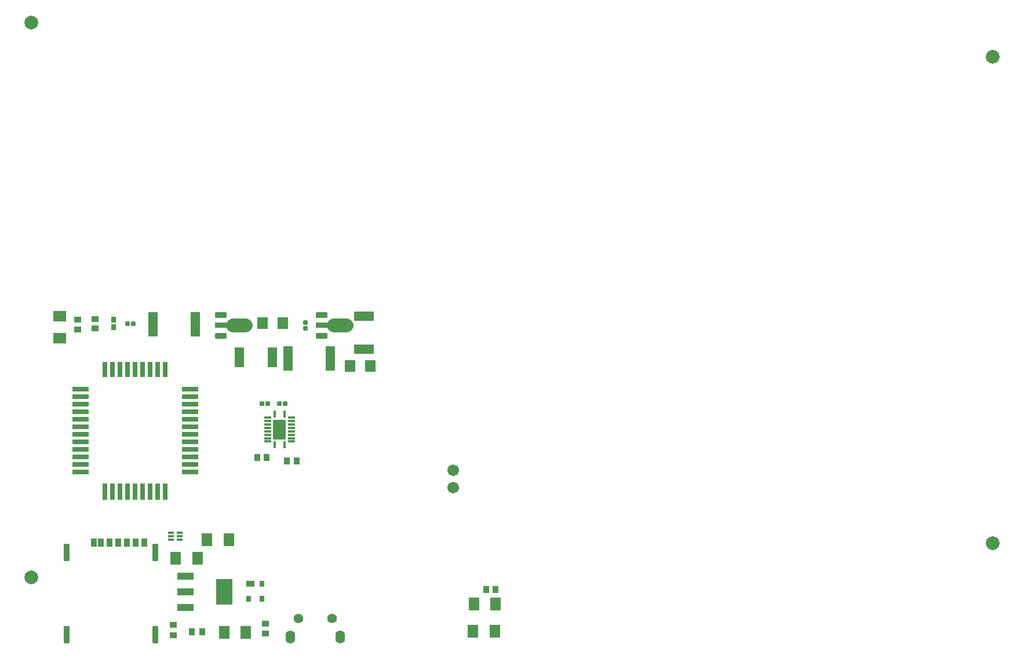
<source format=gbs>
G04 Layer: BottomSolderMaskLayer*
G04 EasyEDA Pro v2.1.49.573a4102.674264, 2024-03-06 21:11:32*
G04 Gerber Generator version 0.3*
G04 Scale: 100 percent, Rotated: No, Reflected: No*
G04 Dimensions in millimeters*
G04 Leading zeros omitted, absolute positions, 3 integers and 5 decimals*
G04 Panelize: V-CUT, Column: 2, Row: 2, Board Size: 105.286mm x 50.038mm, Panelized Board Size: 174.323mm x 101.42mm, Panelized Method: Only Board Outline*
%FSLAX35Y35*%
%MOMM*%
%AMRoundRect*1,1,$1,$2,$3*1,1,$1,$4,$5*1,1,$1,0-$2,0-$3*1,1,$1,0-$4,0-$5*20,1,$1,$2,$3,$4,$5,0*20,1,$1,$4,$5,0-$2,0-$3,0*20,1,$1,0-$2,0-$3,0-$4,0-$5,0*20,1,$1,0-$4,0-$5,$2,$3,0*4,1,4,$2,$3,$4,$5,0-$2,0-$3,0-$4,0-$5,$2,$3,0*%
%ADD10C,2.0*%
%ADD11O,1.4016X1.9016*%
%ADD12C,1.4016*%
%ADD13C,1.7016*%
%ADD14RoundRect,0.09288X1.17436X-0.49437X-1.17436X-0.49437*%
%ADD15RoundRect,0.09754X1.17203X-1.80203X-1.17203X-1.80203*%
%ADD16RoundRect,0.09138X-0.40835X0.43712X0.40835X0.43712*%
%ADD17RoundRect,0.0973X-0.43712X-0.40835X-0.43712X0.40835*%
%ADD18RoundRect,0.09138X-0.43712X-0.40835X-0.43712X0.40835*%
%ADD19RoundRect,0.09618X-0.85271X1.35271X0.85271X1.35271*%
%ADD20RoundRect,0.08024X-0.15069X-0.43569X-0.15069X0.43569*%
%ADD21RoundRect,0.08024X-0.43569X-0.15069X-0.43569X0.15069*%
%ADD22RoundRect,0.09131X0.40514X-0.45514X-0.40514X-0.45514*%
%ADD23RoundRect,0.09131X-0.40514X0.45514X0.40514X0.45514*%
%ADD24RoundRect,0.08771X0.28977X-0.27695X-0.28977X-0.27695*%
%ADD25RoundRect,0.08771X-0.28977X0.27695X0.28977X0.27695*%
%ADD26RoundRect,0.08771X0.27695X0.28977X0.27695X-0.28977*%
%ADD27RoundRect,0.08981X0.7934X-0.3419X-0.7934X-0.3419*%
%ADD28RoundRect,0.09465X-0.64474X1.73147X0.64474X1.73147*%
%ADD29RoundRect,0.09131X0.45514X0.40514X0.45514X-0.40514*%
%ADD30RoundRect,0.08771X-0.27695X-0.40199X-0.27695X0.40199*%
%ADD31RoundRect,0.09549X0.74556X-0.81306X-0.74556X-0.81306*%
%ADD32RoundRect,0.09465X0.64474X-1.35347X-0.64474X-1.35347*%
%ADD33RoundRect,0.09465X-1.35347X-0.64474X-1.35347X0.64474*%
%ADD34RoundRect,0.09X0.405X-0.574X-0.405X-0.574*%
%ADD35RoundRect,0.08889X0.35555X-0.57455X-0.35555X-0.57455*%
%ADD36RoundRect,0.08889X0.35555X-1.20555X-0.35555X-1.20555*%
%ADD37RoundRect,0.08024X0.35069X0.15069X0.35069X-0.15069*%
%ADD38RoundRect,0.09549X0.74556X-0.86705X-0.74556X-0.86705*%
%ADD39RoundRect,0.09549X0.86705X0.74556X0.86705X-0.74556*%
%ADD40RoundRect,0.09017X-0.55571X0.35571X0.55571X0.35571*%
%ADD41RoundRect,0.08875X-0.30643X0.35643X0.30643X0.35643*%
%ADD42RoundRect,0.09549X-0.74556X0.86705X0.74556X0.86705*%
%ADD43RoundRect,0.09131X-0.45514X-0.40514X-0.45514X0.40514*%
%ADD44RoundRect,0.08921X0.32119X-1.08569X-0.32119X-1.08569*%
%ADD45RoundRect,0.08921X1.10619X-0.32119X-1.10619X-0.32119*%
%ADD46RoundRect,0.08921X0.32119X-1.10619X-0.32119X-1.10619*%
G75*


G04 Panelize Start*
G54D10*
G01X1692427Y1012827D03*
G01X15739827Y1512827D03*
G01X1692427Y9129119D03*
G01X15739827Y8629119D03*
G04 Panelize End*

G04 Pad Start*
G54D11*
G01X6204483Y145169D03*
G01X5479517Y145169D03*
G54D12*
G01X5599506Y412173D03*
G01X6084494Y412199D03*
G54D13*
G01X7861300Y2324100D03*
G01X7861300Y2578100D03*
G54D14*
G01X3942105Y570103D03*
G01X3942105Y800100D03*
G01X3942105Y1030097D03*
G54D15*
G01X4516095Y800100D03*
G54D16*
G01X4190136Y215900D03*
G01X4039464Y215900D03*
G54D18*
G01X3763965Y318590D03*
G01X3763965Y167917D03*
G54D19*
G01X5321097Y3175000D03*
G54D20*
G01X5396306Y2950007D03*
G54D21*
G01X5496103Y2999994D03*
G01X5496103Y3050007D03*
G01X5496103Y3099994D03*
G01X5496103Y3150006D03*
G01X5496103Y3199994D03*
G01X5496103Y3250006D03*
G01X5496306Y3300146D03*
G01X5496306Y3350158D03*
G54D20*
G01X5396103Y3399993D03*
G01X5246091Y3399993D03*
G54D21*
G01X5146294Y3350158D03*
G01X5146294Y3300146D03*
G01X5146294Y3250159D03*
G01X5146294Y3200146D03*
G01X5146294Y3150159D03*
G01X5146294Y3100146D03*
G01X5146294Y3050159D03*
G01X5146294Y3000146D03*
G54D20*
G01X5246091Y2950007D03*
G54D22*
G01X4992322Y2766093D03*
G01X5132327Y2766093D03*
G54D23*
G01X5569102Y2717800D03*
G01X5429098Y2717800D03*
G54D24*
G01X5062118Y3556000D03*
G01X5148682Y3556000D03*
G54D25*
G01X5402682Y3556000D03*
G01X5316118Y3556000D03*
G54D26*
G01X5702300Y4655718D03*
G01X5702300Y4742282D03*
G54D27*
G01X5934977Y4549000D03*
G01X5934977Y4849000D03*
G36*
G01X6303493Y4599088D02*
G01X6299040Y4598981D01*
G01X6298921Y4598980D01*
G01X6113501D01*
G01X6113381Y4598981D01*
G01X6108928Y4599088D01*
G01X6108697Y4599099D01*
G01X6104255Y4599411D01*
G01X6104021Y4599433D01*
G01X6099596Y4599954D01*
G01X6099365Y4599987D01*
G01X6094971Y4600713D01*
G01X6094737Y4600757D01*
G01X6090381Y4601692D01*
G01X6090155Y4601746D01*
G01X6085850Y4602882D01*
G01X6085625Y4602946D01*
G01X6081376Y4604283D01*
G01X6081153Y4604358D01*
G01X6076972Y4605893D01*
G01X6076753Y4605979D01*
G01X6072648Y4607709D01*
G01X6072437Y4607803D01*
G01X6068417Y4609721D01*
G01X6068205Y4609828D01*
G01X6064281Y4611934D01*
G01X6064076Y4612050D01*
G01X6060254Y4614338D01*
G01X6060056Y4614463D01*
G01X6056345Y4616927D01*
G01X6056154Y4617060D01*
G01X6052562Y4619694D01*
G01X6052376Y4619838D01*
G01X6048914Y4622637D01*
G01X6048734Y4622789D01*
G01X6045404Y4625751D01*
G01X6045233Y4625910D01*
G01X6042048Y4629022D01*
G01X6041885Y4629189D01*
G01X6038847Y4632448D01*
G01X6038691Y4632623D01*
G01X6035811Y4636019D01*
G01X6035663Y4636202D01*
G01X6032945Y4639730D01*
G01X6032806Y4639919D01*
G01X6030256Y4643572D01*
G01X6030126Y4643767D01*
G01X6027751Y4647534D01*
G01X6027631Y4647735D01*
G01X6025434Y4651611D01*
G01X6025324Y4651816D01*
G01X6023310Y4655788D01*
G01X6022896Y4656930D01*
G01X6021965Y4660984D01*
G01X5856214D01*
G02X5851213Y4665985I0J5001D01*
G01Y4731984D01*
G02X5856214Y4736986I5001J0D01*
G01X6021965D01*
G01X6022896Y4741035D01*
G01X6023310Y4742176D01*
G01X6025324Y4746149D01*
G01X6025434Y4746353D01*
G01X6027631Y4750229D01*
G01X6027751Y4750430D01*
G01X6030126Y4754197D01*
G01X6030256Y4754393D01*
G01X6032806Y4758045D01*
G01X6032945Y4758234D01*
G01X6035663Y4761762D01*
G01X6035811Y4761945D01*
G01X6038691Y4765341D01*
G01X6038847Y4765517D01*
G01X6041885Y4768775D01*
G01X6042048Y4768943D01*
G01X6045233Y4772054D01*
G01X6045404Y4772214D01*
G01X6048734Y4775175D01*
G01X6048914Y4775327D01*
G01X6052376Y4778126D01*
G01X6052562Y4778270D01*
G01X6056154Y4780904D01*
G01X6056345Y4781038D01*
G01X6060056Y4783502D01*
G01X6060254Y4783626D01*
G01X6064076Y4785915D01*
G01X6064281Y4786031D01*
G01X6068205Y4788136D01*
G01X6068417Y4788243D01*
G01X6072437Y4790161D01*
G01X6072648Y4790256D01*
G01X6076753Y4791985D01*
G01Y4791986D01*
G01X6076972Y4792072D01*
G01X6081153Y4793606D01*
G01X6081376Y4793682D01*
G01X6085625Y4795018D01*
G01X6085850Y4795083D01*
G01X6090155Y4796218D01*
G01X6090381Y4796272D01*
G01X6094737Y4797207D01*
G01X6094971Y4797251D01*
G01X6099365Y4797978D01*
G01X6099596Y4798010D01*
G01X6104021Y4798531D01*
G01X6104255Y4798553D01*
G01X6108697Y4798866D01*
G01X6108928Y4798876D01*
G01X6113381Y4798983D01*
G01X6113501Y4798985D01*
G01X6298921D01*
G01X6299040Y4798983D01*
G01X6303493Y4798876D01*
G01X6303724Y4798866D01*
G01X6308167Y4798553D01*
G01X6308400Y4798531D01*
G01X6312825Y4798010D01*
G01X6313056Y4797978D01*
G01X6317450Y4797251D01*
G01X6317684Y4797207D01*
G01X6322040Y4796272D01*
G01X6322266Y4796218D01*
G01X6326571Y4795083D01*
G01X6326796Y4795018D01*
G01X6331045Y4793682D01*
G01X6331268Y4793606D01*
G01X6335449Y4792072D01*
G01X6335668Y4791986D01*
G01Y4791985D01*
G01X6339773Y4790256D01*
G01X6339984Y4790161D01*
G01X6344005Y4788243D01*
G01X6344216Y4788136D01*
G01X6348141Y4786031D01*
G01X6348345Y4785915D01*
G01X6352168Y4783626D01*
G01X6352365Y4783502D01*
G01X6356076Y4781038D01*
G01X6356267Y4780904D01*
G01X6359859Y4778270D01*
G01X6360046Y4778126D01*
G01X6363508Y4775327D01*
G01X6363687Y4775175D01*
G01X6367017Y4772214D01*
G01X6367188Y4772054D01*
G01X6370373Y4768943D01*
G01X6370537Y4768775D01*
G01X6373574Y4765517D01*
G01X6373730Y4765341D01*
G01X6376611Y4761945D01*
G01X6376758Y4761762D01*
G01X6379476Y4758234D01*
G01X6379615Y4758045D01*
G01X6382165Y4754393D01*
G01X6382295Y4754197D01*
G01X6384670Y4750430D01*
G01X6384790Y4750229D01*
G01X6386987Y4746353D01*
G01X6387097Y4746149D01*
G01Y4746148D01*
G01X6389111Y4742176D01*
G01X6389214Y4741962D01*
G01X6391037Y4737898D01*
G01X6391127Y4737685D01*
G01X6392760Y4733542D01*
G01X6392842Y4733319D01*
G01X6394277Y4729103D01*
G01X6394347Y4728880D01*
G01X6395584Y4724600D01*
G01X6395644Y4724372D01*
G01X6396678Y4720039D01*
G01X6396727Y4719811D01*
G01X6397558Y4715437D01*
G01X6397596Y4715205D01*
G01X6398221Y4710793D01*
G01X6398248Y4710560D01*
G01X6398665Y4706125D01*
G01X6398681Y4705891D01*
G01X6398890Y4701444D01*
G01X6398895Y4701210D01*
G01Y4696755D01*
G01X6398890Y4696521D01*
G01X6398681Y4692073D01*
G01X6398665Y4691839D01*
G01X6398248Y4687405D01*
G01X6398221Y4687171D01*
G01X6397596Y4682759D01*
G01X6397558Y4682527D01*
G01X6396727Y4678153D01*
G01X6396678Y4677926D01*
G01X6395644Y4673593D01*
G01X6395584Y4673365D01*
G01X6394347Y4669085D01*
G01X6394277Y4668862D01*
G01X6392842Y4664645D01*
G01X6392760Y4664423D01*
G01X6391127Y4660280D01*
G01X6391037Y4660067D01*
G01Y4660066D01*
G01X6389214Y4656003D01*
G01X6389111Y4655788D01*
G01X6387097Y4651816D01*
G01X6386987Y4651611D01*
G01X6384790Y4647735D01*
G01X6384670Y4647534D01*
G01X6382295Y4643767D01*
G01X6382165Y4643572D01*
G01X6379615Y4639919D01*
G01X6379476Y4639730D01*
G01X6376758Y4636202D01*
G01X6376611Y4636019D01*
G01X6373730Y4632623D01*
G01X6373574Y4632448D01*
G01X6370537Y4629189D01*
G01X6370373Y4629022D01*
G01X6367188Y4625910D01*
G01X6367017Y4625751D01*
G01X6363687Y4622789D01*
G01X6363508Y4622637D01*
G01X6360046Y4619838D01*
G01X6359859Y4619694D01*
G01X6356267Y4617060D01*
G01X6356076Y4616927D01*
G01X6352365Y4614463D01*
G01X6352168Y4614338D01*
G01X6348345Y4612050D01*
G01X6348141Y4611934D01*
G01X6344216Y4609828D01*
G01X6344005Y4609721D01*
G01X6339984Y4607803D01*
G01X6339773Y4607709D01*
G01X6335668Y4605979D01*
G01X6335449Y4605893D01*
G01X6331268Y4604358D01*
G01X6331045Y4604283D01*
G01X6326796Y4602946D01*
G01X6326571Y4602882D01*
G01X6322266Y4601746D01*
G01X6322040Y4601692D01*
G01X6317684Y4600757D01*
G01X6317450Y4600713D01*
G01X6313056Y4599987D01*
G01X6312825Y4599954D01*
G01X6308400Y4599433D01*
G01X6308167Y4599411D01*
G01X6308166D01*
G01X6303724Y4599099D01*
G01X6303493Y4599088D01*
G37*
G54D28*
G01X6059729Y4216400D03*
G01X5446471Y4216400D03*
G54D25*
G01X3185638Y4724159D03*
G01X3099074Y4724159D03*
G54D27*
G01X4461777Y4549000D03*
G01X4461777Y4849000D03*
G36*
G01X4640181Y4598981D02*
G01X4635728Y4599088D01*
G01X4635497Y4599099D01*
G01X4631055Y4599411D01*
G01X4630821Y4599433D01*
G01X4626396Y4599954D01*
G01X4626165Y4599987D01*
G01X4621771Y4600713D01*
G01X4621537Y4600757D01*
G01X4617181Y4601692D01*
G01X4616955Y4601746D01*
G01X4612650Y4602882D01*
G01X4612425Y4602946D01*
G01X4608176Y4604282D01*
G01Y4604283D01*
G01X4607953Y4604358D01*
G01X4603772Y4605893D01*
G01X4603553Y4605979D01*
G01X4599448Y4607709D01*
G01X4599237Y4607803D01*
G01X4595217Y4609721D01*
G01X4595005Y4609828D01*
G01X4591081Y4611934D01*
G01X4590876Y4612050D01*
G01X4587054Y4614338D01*
G01X4586856Y4614463D01*
G01X4583145Y4616927D01*
G01X4582954Y4617060D01*
G01X4579362Y4619694D01*
G01X4579176Y4619838D01*
G01X4575714Y4622637D01*
G01X4575534Y4622789D01*
G01X4572204Y4625751D01*
G01X4572033Y4625910D01*
G01X4568848Y4629022D01*
G01X4568685Y4629189D01*
G01X4565647Y4632448D01*
G01X4565491Y4632623D01*
G01X4562611Y4636019D01*
G01X4562463Y4636202D01*
G01X4559745Y4639730D01*
G01X4559606Y4639919D01*
G01X4557056Y4643572D01*
G01X4556926Y4643767D01*
G01X4554551Y4647534D01*
G01X4554431Y4647735D01*
G01X4552234Y4651611D01*
G01X4552124Y4651816D01*
G01X4550110Y4655788D01*
G01X4549696Y4656930D01*
G01X4548765Y4660984D01*
G01X4383014D01*
G02X4378013Y4665985I0J5001D01*
G01Y4731984D01*
G02X4383014Y4736986I5001J0D01*
G01X4548765D01*
G01X4549696Y4741035D01*
G01X4550110Y4742176D01*
G01X4552124Y4746149D01*
G01X4552234Y4746353D01*
G01X4554431Y4750229D01*
G01X4554551Y4750430D01*
G01X4556926Y4754197D01*
G01X4557056Y4754393D01*
G01X4559606Y4758045D01*
G01X4559745Y4758234D01*
G01X4562463Y4761762D01*
G01X4562611Y4761945D01*
G01X4565491Y4765341D01*
G01X4565647Y4765517D01*
G01X4568685Y4768775D01*
G01X4568848Y4768943D01*
G01X4572033Y4772054D01*
G01X4572204Y4772214D01*
G01X4575534Y4775175D01*
G01X4575714Y4775327D01*
G01X4579176Y4778126D01*
G01X4579362Y4778270D01*
G01X4582954Y4780904D01*
G01X4583145Y4781038D01*
G01X4586856Y4783502D01*
G01X4587054Y4783626D01*
G01X4590876Y4785915D01*
G01X4591081Y4786031D01*
G01X4595005Y4788136D01*
G01X4595217Y4788243D01*
G01X4599237Y4790161D01*
G01X4599448Y4790256D01*
G01X4603553Y4791985D01*
G01Y4791986D01*
G01X4603772Y4792072D01*
G01X4607953Y4793606D01*
G01X4608176Y4793682D01*
G01X4612425Y4795018D01*
G01X4612650Y4795083D01*
G01X4616955Y4796218D01*
G01X4617181Y4796272D01*
G01X4621537Y4797207D01*
G01X4621771Y4797251D01*
G01X4626165Y4797978D01*
G01X4626396Y4798010D01*
G01X4630821Y4798531D01*
G01X4631055Y4798553D01*
G01X4635497Y4798866D01*
G01X4635728Y4798876D01*
G01X4640181Y4798983D01*
G01X4640301Y4798985D01*
G01X4825721D01*
G01X4825840Y4798983D01*
G01X4830293Y4798876D01*
G01X4830524Y4798866D01*
G01X4834966Y4798553D01*
G01X4834967D01*
G01X4835200Y4798531D01*
G01X4839625Y4798010D01*
G01X4839856Y4797978D01*
G01X4844250Y4797251D01*
G01X4844484Y4797207D01*
G01X4848840Y4796272D01*
G01X4849066Y4796218D01*
G01X4853371Y4795083D01*
G01X4853596Y4795018D01*
G01X4857845Y4793682D01*
G01X4858068Y4793606D01*
G01X4862249Y4792072D01*
G01X4862468Y4791986D01*
G01Y4791985D01*
G01X4866573Y4790256D01*
G01X4866784Y4790161D01*
G01X4870805Y4788243D01*
G01X4871016Y4788136D01*
G01X4874941Y4786031D01*
G01X4875145Y4785915D01*
G01X4878968Y4783626D01*
G01X4879165Y4783502D01*
G01X4882876Y4781038D01*
G01X4883067Y4780904D01*
G01X4886659Y4778270D01*
G01X4886846Y4778126D01*
G01X4890308Y4775327D01*
G01X4890487Y4775175D01*
G01X4893817Y4772214D01*
G01X4893988Y4772054D01*
G01X4897173Y4768943D01*
G01X4897337Y4768775D01*
G01X4900374Y4765517D01*
G01X4900530Y4765341D01*
G01X4903411Y4761945D01*
G01X4903558Y4761762D01*
G01X4906276Y4758234D01*
G01X4906415Y4758045D01*
G01X4908965Y4754393D01*
G01X4909095Y4754197D01*
G01X4911470Y4750430D01*
G01X4911590Y4750229D01*
G01X4913787Y4746353D01*
G01X4913897Y4746149D01*
G01X4915911Y4742176D01*
G01X4916014Y4741962D01*
G01X4917837Y4737898D01*
G01X4917927Y4737685D01*
G01X4919560Y4733542D01*
G01X4919642Y4733319D01*
G01X4921077Y4729103D01*
G01X4921147Y4728880D01*
G01X4922384Y4724600D01*
G01X4922444Y4724372D01*
G01X4923478Y4720039D01*
G01X4923527Y4719811D01*
G01X4924358Y4715437D01*
G01X4924396Y4715205D01*
G01X4925021Y4710793D01*
G01X4925048Y4710560D01*
G01X4925465Y4706125D01*
G01X4925481Y4705891D01*
G01X4925690Y4701444D01*
G01X4925695Y4701210D01*
G01Y4696755D01*
G01X4925690Y4696521D01*
G01X4925481Y4692073D01*
G01X4925465Y4691839D01*
G01X4925048Y4687405D01*
G01X4925021Y4687171D01*
G01X4924396Y4682759D01*
G01X4924358Y4682527D01*
G01X4923527Y4678153D01*
G01X4923478Y4677926D01*
G01X4922444Y4673593D01*
G01X4922384Y4673365D01*
G01X4921147Y4669085D01*
G01X4921077Y4668862D01*
G01X4919642Y4664645D01*
G01X4919560Y4664423D01*
G01Y4664422D01*
G01X4917927Y4660280D01*
G01X4917837Y4660067D01*
G01X4916014Y4656003D01*
G01X4915911Y4655788D01*
G01X4913897Y4651816D01*
G01X4913787Y4651611D01*
G01X4911590Y4647735D01*
G01X4911470Y4647534D01*
G01X4909095Y4643767D01*
G01X4908965Y4643572D01*
G01X4906415Y4639919D01*
G01X4906276Y4639730D01*
G01X4903558Y4636202D01*
G01X4903411Y4636019D01*
G01X4900530Y4632623D01*
G01X4900374Y4632448D01*
G01X4897337Y4629189D01*
G01X4897173Y4629022D01*
G01X4893988Y4625910D01*
G01X4893817Y4625751D01*
G01X4890487Y4622789D01*
G01X4890308Y4622637D01*
G01X4886846Y4619838D01*
G01X4886659Y4619694D01*
G01X4883067Y4617060D01*
G01X4882876Y4616927D01*
G01X4879165Y4614463D01*
G01X4878968Y4614338D01*
G01X4875145Y4612050D01*
G01X4874941Y4611934D01*
G01X4871016Y4609828D01*
G01X4870805Y4609721D01*
G01X4866784Y4607803D01*
G01X4866573Y4607709D01*
G01X4862468Y4605979D01*
G01X4862249Y4605893D01*
G01X4858068Y4604358D01*
G01X4857845Y4604283D01*
G01Y4604282D01*
G01X4853596Y4602947D01*
G01Y4602946D01*
G01X4853371Y4602882D01*
G01X4849066Y4601746D01*
G01X4848840Y4601692D01*
G01X4844484Y4600757D01*
G01X4844250Y4600713D01*
G01X4839856Y4599987D01*
G01X4839625Y4599954D01*
G01X4835200Y4599433D01*
G01X4834967Y4599411D01*
G01X4830524Y4599099D01*
G01X4830293Y4599088D01*
G01X4825840Y4598981D01*
G01X4825721Y4598980D01*
G01X4640301D01*
G01X4640181Y4598981D01*
G37*
G54D28*
G01X4085854Y4713074D03*
G01X3472597Y4713074D03*
G54D29*
G01X2374900Y4641698D03*
G01X2374900Y4781702D03*
G01X2628900Y4654398D03*
G01X2628900Y4794402D03*
G54D30*
G01X2895600Y4778908D03*
G01X2895600Y4669892D03*
G54D31*
G01X6650438Y4103185D03*
G01X6351937Y4103185D03*
G54D32*
G01X4736343Y4228678D03*
G01X5214574Y4228678D03*
G54D33*
G01X6554707Y4831443D03*
G01X6554707Y4353212D03*
G54D34*
G01X2832494Y1524940D03*
G01X3086494Y1524940D03*
G01X3340494Y1524940D03*
G54D35*
G01X2705494Y1524940D03*
G54D34*
G01X2959494Y1524940D03*
G01X3213494Y1524940D03*
G54D35*
G01X2610498Y1524940D03*
G54D36*
G01X3507499Y1376858D03*
G01X3507499Y176860D03*
G01X2207501Y176860D03*
G01X2207501Y1376858D03*
G54D37*
G01X3733282Y1662905D03*
G01X3733282Y1612918D03*
G01X3733282Y1562905D03*
G01X3861298Y1562905D03*
G01X3861298Y1612918D03*
G01X3861298Y1662905D03*
G54D31*
G01X5369105Y4734244D03*
G01X5070605Y4734244D03*
G54D38*
G01X3803142Y1295400D03*
G01X4121658Y1295400D03*
G01X4511229Y212014D03*
G01X4829745Y212014D03*
G54D39*
G01X2108200Y4514342D03*
G01X2108200Y4832858D03*
G54D40*
G01X4890707Y922795D03*
G54D41*
G01X5060709Y922795D03*
G01X5060709Y702805D03*
G01X4870691Y702805D03*
G54D38*
G01X4260342Y1562100D03*
G01X4578858Y1562100D03*
G54D42*
G01X8477758Y622300D03*
G01X8159242Y622300D03*
G54D38*
G01X8146542Y228600D03*
G01X8465058Y228600D03*
G54D23*
G01X8477402Y838200D03*
G01X8337398Y838200D03*
G54D43*
G01X5118100Y336702D03*
G01X5118100Y196698D03*
G54D44*
G01X3652266Y4053840D03*
G01X3542284Y4053840D03*
G01X3432302Y4053840D03*
G01X3322320Y4053840D03*
G01X3212338Y4053840D03*
G01X3102356Y4053840D03*
G01X2992374Y4053840D03*
G01X2882392Y4053840D03*
G01X2772410Y4053840D03*
G54D45*
G01X2414270Y3767836D03*
G01X2414270Y3657854D03*
G01X2414270Y3547872D03*
G01X2414270Y3437890D03*
G01X2414270Y3327908D03*
G01X2414270Y3217926D03*
G01X2414270Y3107944D03*
G01X2414270Y2997708D03*
G01X2414270Y2887726D03*
G01X2414270Y2777744D03*
G01X2414270Y2667762D03*
G01X2414270Y2557780D03*
G54D46*
G01X2771394Y2270760D03*
G01X2881376Y2270760D03*
G01X2991358Y2270760D03*
G01X3101340Y2270760D03*
G01X3211322Y2270760D03*
G01X3321304Y2270760D03*
G01X3431286Y2270760D03*
G01X3541268Y2270760D03*
G01X3651250Y2270760D03*
G54D45*
G01X4011930Y2556764D03*
G01X4011930Y2666746D03*
G01X4011930Y2776728D03*
G01X4011930Y2886710D03*
G01X4011930Y2996946D03*
G01X4011930Y3106928D03*
G01X4011930Y3216910D03*
G01X4011930Y3326892D03*
G01X4011930Y3436874D03*
G01X4011930Y3546856D03*
G01X4011930Y3656838D03*
G01X4011930Y3766820D03*
G04 Pad End*

M02*

</source>
